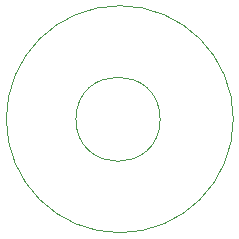
<source format=gbr>
%TF.GenerationSoftware,KiCad,Pcbnew,(6.0.9)*%
%TF.CreationDate,2023-01-27T17:59:37+01:00*%
%TF.ProjectId,adaptateur in 8 in 14,61646170-7461-4746-9575-7220696e2038,rev?*%
%TF.SameCoordinates,Original*%
%TF.FileFunction,Profile,NP*%
%FSLAX46Y46*%
G04 Gerber Fmt 4.6, Leading zero omitted, Abs format (unit mm)*
G04 Created by KiCad (PCBNEW (6.0.9)) date 2023-01-27 17:59:37*
%MOMM*%
%LPD*%
G01*
G04 APERTURE LIST*
%TA.AperFunction,Profile*%
%ADD10C,0.100000*%
%TD*%
G04 APERTURE END LIST*
D10*
X147259851Y-91958925D02*
G75*
G03*
X147259851Y-91958925I-9609851J0D01*
G01*
X141065898Y-91958925D02*
G75*
G03*
X141065898Y-91958925I-3565898J0D01*
G01*
M02*

</source>
